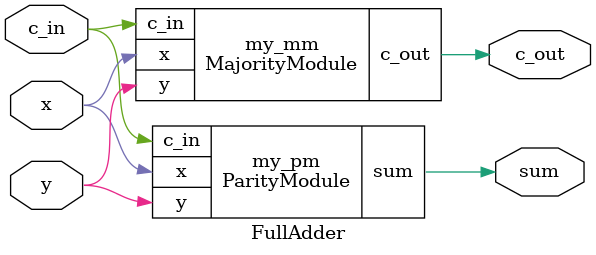
<source format=v>


module TestMod;                     // the "main" thing
   
   parameter STDIN = 32'h8000_0000; // I/O address of keyboard input channel

   reg C0;              // 1 or 0 depending on user input
   reg [7:0] str [1:3]; // typing in 2 chars at a time (decimal # and Enter key)
   reg [4:0] X, Y;      // 5-bit X, Y to sum
   wire [4:0] S;        // 5-bit Sum to see as result
   wire C4, C5, E;      // like to know this as well from result of Add/Sub Mod.

   // instantiate the 5-bit addition/subtraction  module.
   AddSubMod  my_addsub(X, Y, S, C0, C4, C5, E);

   initial begin

      $display("Enter X (range 00 ~ 15):");
      str[1] = $fgetc( STDIN );      // get first character.  
      str[2] = $fgetc( STDIN );      // get second character.
      str[3] = $fgetc( STDIN );      // get enter key
      str[1] = str[1] - 48;          // convert ASCII representation to integer.
      str[2] = str[2] - 48;          // convert ASCII representation to integer.
      str[1] = str[1] * 10;          // multiply digit in tens place by ten.
      X = str[1] + str[2];           // add tens place and ones place for decimal value of X.

      $display("Enter Y (range 00 ~ 15):");
      str[1] = $fgetc( STDIN );      // get first character.  
      str[2] = $fgetc( STDIN );      // get second character.
      str[3] = $fgetc( STDIN );      // get enter key
      str[1] = str[1] - 48;          // convert ASCII representation to integer.
      str[2] = str[2] - 48;          // convert ASCII representation to integer.
      str[1] = str[1] * 10;          // multiply digit in tens place by ten.
      Y = str[1] + str[2];           // add tens place and ones place for deimcal value of Y.

      $display("Enter either '+' or '-':");
      str[1] = $fgetc( STDIN );      // get desired operation character

      if( str[1] == 45 ) // Subtract numbers
          C0 = 1;
      else // Add Numbers
          C0 = 0; 
      
      #1; // wait until Adder gets them processed

      $display("X=%b (%d) Y=%b (%d) C0=%d", X, X, Y, Y, C0);
      $display("Result=%b (as unsigned %d) ", S, S);
      $display("C4=%d C5=%d E=%d", C4, C5, E);
      if(E==0)
        $display("Since E is %d, C5 is not needed.", E);      
      else 
        $display("Since E is %d, correct with C5 in front: %d%b", E, C5, S);
   end

endmodule


module AddSubMod(X, Y, S, C0, C4, C5, E); // 5-Bit Adder/Subtractor

   input C0;            // 0 for add, 1 for subtract
   input [4:0] X, Y ;   // two 5-bit input items
   output [4:0] S;     // S should be similar
   output E, C4, C5;   // another output
   wire [0:5] c;       // declare temporary wires
   wire [0:4] xw;      // declare temporary wires off xor gates

   assign c[0] = C0;   // assign desired operation bit to input
   assign C4 = c[4];   // assign output to output wire of fourth full adder
   assign C5 = c[5];   // assign output to output wire of fifth full adder

   xor(xw[0], c[0], Y[0]); // First xor gate
   xor(xw[1], c[0], Y[1]); // Second xor gate
   xor(xw[2], c[0], Y[2]); // Third xor gate
   xor(xw[3], c[0], Y[3]); // Fourth xor gate
   xor(xw[4], c[0], Y[4]); // Fifth xor gate

   FullAdder fa1(X[0], xw[0], c[0], c[1], S[0]);  // get an instance of first adder, C0 is just hardcoded as 0
   FullAdder fa2(X[1], xw[1], c[1] ,c[2] ,S[1]); // get an instance of the second adder, carry in bit from first.
   FullAdder fa3(X[2], xw[2], c[2] ,c[3] ,S[2]); // get an instance of the third adder, carry in bit from second.
   FullAdder fa4(X[3], xw[3], c[3], c[4] ,S[3]); // get an instance of the fourth adder, carry in bit from third.
   FullAdder fa5(X[4], xw[4], c[4], c[5] ,S[4]);  // get an instance of the fifth adder , carry in bit from fourth.

   xor(E, c[4], c[5]); // Final xor output gate 

endmodule

module MajorityModule(x, y, c_in, c_out); //Majority Module Definition (carry out)

   input x, y, c_in; // inputs
   output c_out; // carry out (out put)

   wire [0:2] a_wire; // array of extra wires

   and(a_wire[0], x, y); // first and gate
   and(a_wire[1], x, c_in); // secoind and gate
   and(a_wire[2], y, c_in); // third and gate 

   or(c_out, a_wire[0], a_wire[1], a_wire[2]); // or gate to output

endmodule



module ParityModule(x, y, c_in, sum); // Parity Module Definition

   input x, y, c_in; // inputs
   output sum; // sum (out put)

   wire x_y; // extra wire

   xor(x_y, x, y); // first xor gate

   xor(sum, x_y, c_in); // second xor gate

endmodule


module FullAdder(x, y, c_in, c_out, sum); // Full Adder (FA)

   input x, y, c_in; // inputs
   output c_out, sum; // outputs

   MajorityModule my_mm (x, y, c_in, c_out); // declare majority module
   ParityModule my_pm (x, y, c_in, sum); // declare partiy module

endmodule


</source>
